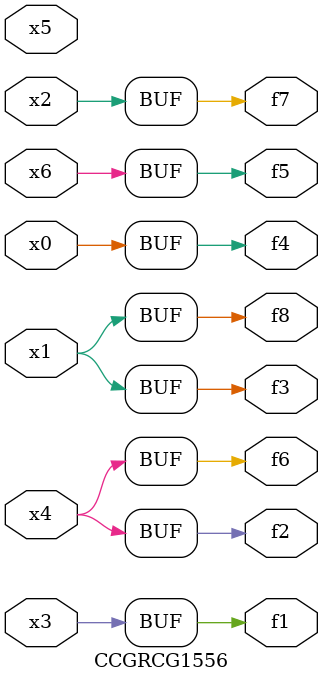
<source format=v>
module CCGRCG1556(
	input x0, x1, x2, x3, x4, x5, x6,
	output f1, f2, f3, f4, f5, f6, f7, f8
);
	assign f1 = x3;
	assign f2 = x4;
	assign f3 = x1;
	assign f4 = x0;
	assign f5 = x6;
	assign f6 = x4;
	assign f7 = x2;
	assign f8 = x1;
endmodule

</source>
